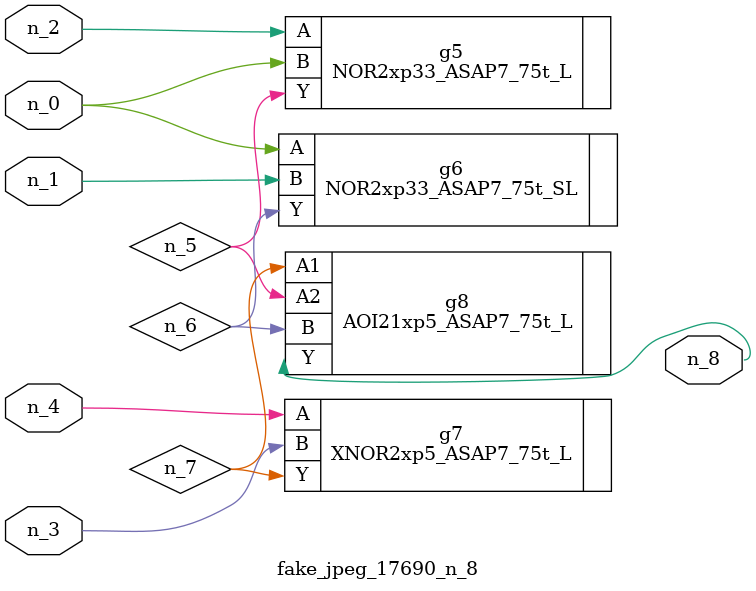
<source format=v>
module fake_jpeg_17690_n_8 (n_3, n_2, n_1, n_0, n_4, n_8);

input n_3;
input n_2;
input n_1;
input n_0;
input n_4;

output n_8;

wire n_6;
wire n_5;
wire n_7;

NOR2xp33_ASAP7_75t_L g5 ( 
.A(n_2),
.B(n_0),
.Y(n_5)
);

NOR2xp33_ASAP7_75t_SL g6 ( 
.A(n_0),
.B(n_1),
.Y(n_6)
);

XNOR2xp5_ASAP7_75t_L g7 ( 
.A(n_4),
.B(n_3),
.Y(n_7)
);

AOI21xp5_ASAP7_75t_L g8 ( 
.A1(n_7),
.A2(n_5),
.B(n_6),
.Y(n_8)
);


endmodule
</source>
